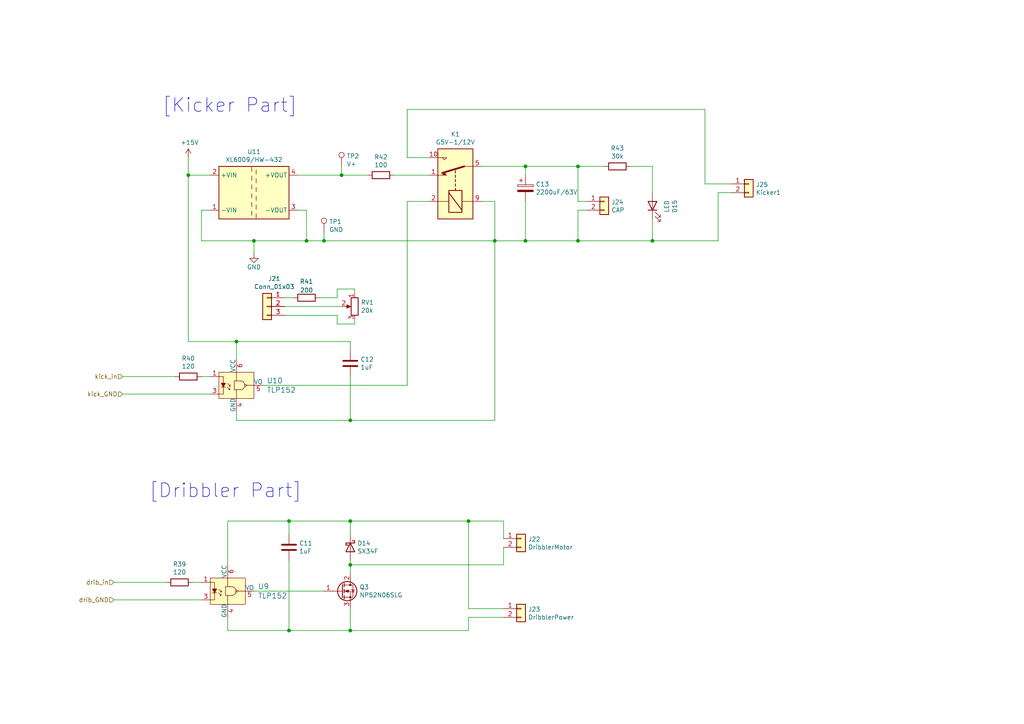
<source format=kicad_sch>
(kicad_sch (version 20211123) (generator eeschema)
  (paper "A4")
  (lib_symbols
    (symbol "Akizuki:TLP157" (pin_names (offset 0))
      (property "Reference" "U" (at -7.62 7.62 0))
      (property "Value" "TLP157" (at 2.54 -5.715 0))
      (symbol "TLP157_0_1"
        (rectangle (start -5.08 3.81) (end 5.08 -3.81) (fill (type background)))
        (polyline (pts (xy -4.445 -0.508) (xy -3.175 -0.508)))
        (polyline (pts (xy -1.905 -1.27) (xy -1.905 -0.889)))
        (polyline (pts (xy -1.778 -0.254) (xy -2.159 -0.254)))
        (polyline (pts (xy -0.635 1.27) (xy 1.27 1.27)))
        (polyline (pts (xy 0 -3.81) (xy 0 -1.27)))
        (polyline (pts (xy 0 3.81) (xy 0 1.27)))
        (polyline (pts (xy 2.921 0) (xy 5.08 0)))
        (polyline (pts (xy -5.08 -2.54) (xy -3.81 -2.54) (xy -3.81 -0.254)))
        (polyline (pts (xy -5.08 2.54) (xy -3.81 2.54) (xy -3.81 0.508)))
        (polyline (pts (xy -2.667 -0.508) (xy -1.905 -1.27) (xy -2.286 -1.27)))
        (polyline (pts (xy -2.54 0.508) (xy -1.778 -0.254) (xy -1.778 0.127)))
        (polyline (pts (xy -0.635 1.27) (xy -0.635 -1.27) (xy 1.27 -1.27)))
        (polyline (pts (xy -4.318 0.635) (xy -3.175 0.635) (xy -3.81 -0.508) (xy -4.445 0.635)) (fill (type outline)))
        (arc (start 1.27 -1.27) (mid 2.4193 0) (end 1.27 1.27))
        (circle (center 2.667 0) (radius 0.2794))
      )
      (symbol "TLP157_1_1"
        (pin passive line (at -7.62 2.54 0) (length 2.54) (name "~") (number "1"))
        (pin passive line (at -7.62 -2.54 0) (length 2.54) (name "~") (number "3"))
        (pin power_in line (at 0 -7.62 90) (length 3.81) (name "GND") (number "4"))
        (pin output line (at 7.62 0 180) (length 2.54) (name "VO") (number "5"))
        (pin power_in line (at 0 7.62 270) (length 3.81) (name "VCC") (number "6"))
      )
    )
    (symbol "Connector:TestPoint" (pin_numbers hide) (pin_names (offset 0.762) hide)
      (property "Reference" "TP" (at 0 6.858 0))
      (property "Value" "TestPoint" (at 0 5.08 0))
      (symbol "TestPoint_0_1"
        (circle (center 0 3.302) (radius 0.762))
      )
      (symbol "TestPoint_1_1"
        (pin passive line (at 0 0 90) (length 2.54) (name "1") (number "1"))
      )
    )
    (symbol "Connector_Generic:Conn_01x02" (pin_names (offset 1.016) hide)
      (property "Reference" "J" (at 0 2.54 0))
      (property "Value" "Conn_01x02" (at 0 -5.08 0))
      (symbol "Conn_01x02_1_1"
        (rectangle (start -1.27 -2.413) (end 0 -2.667) (stroke (width 0.1524)))
        (rectangle (start -1.27 0.127) (end 0 -0.127) (stroke (width 0.1524)))
        (rectangle (start -1.27 1.27) (end 1.27 -3.81) (stroke (width 0.254)) (fill (type background)))
        (pin passive line (at -5.08 0 0) (length 3.81) (name "Pin_1") (number "1"))
        (pin passive line (at -5.08 -2.54 0) (length 3.81) (name "Pin_2") (number "2"))
      )
    )
    (symbol "Connector_Generic:Conn_01x03" (pin_names (offset 1.016) hide)
      (property "Reference" "J" (at 0 5.08 0))
      (property "Value" "Conn_01x03" (at 0 -5.08 0))
      (symbol "Conn_01x03_1_1"
        (rectangle (start -1.27 -2.413) (end 0 -2.667) (stroke (width 0.1524)))
        (rectangle (start -1.27 0.127) (end 0 -0.127) (stroke (width 0.1524)))
        (rectangle (start -1.27 2.667) (end 0 2.413) (stroke (width 0.1524)))
        (rectangle (start -1.27 3.81) (end 1.27 -3.81) (stroke (width 0.254)) (fill (type background)))
        (pin passive line (at -5.08 2.54 0) (length 3.81) (name "Pin_1") (number "1"))
        (pin passive line (at -5.08 0 0) (length 3.81) (name "Pin_2") (number "2"))
        (pin passive line (at -5.08 -2.54 0) (length 3.81) (name "Pin_3") (number "3"))
      )
    )
    (symbol "Device:C" (pin_numbers hide) (pin_names (offset 0.254))
      (property "Reference" "C" (at 0.635 2.54 0))
      (property "Value" "C" (at 0.635 -2.54 0))
      (symbol "C_0_1"
        (polyline (pts (xy -2.032 -0.762) (xy 2.032 -0.762)) (stroke (width 0.508)))
        (polyline (pts (xy -2.032 0.762) (xy 2.032 0.762)) (stroke (width 0.508)))
      )
      (symbol "C_1_1"
        (pin passive line (at 0 3.81 270) (length 2.794) (name "~") (number "1"))
        (pin passive line (at 0 -3.81 90) (length 2.794) (name "~") (number "2"))
      )
    )
    (symbol "Device:C_Polarized" (pin_numbers hide) (pin_names (offset 0.254))
      (property "Reference" "C" (at 0.635 2.54 0))
      (property "Value" "C_Polarized" (at 0.635 -2.54 0))
      (symbol "C_Polarized_0_1"
        (rectangle (start -2.286 0.508) (end 2.286 1.016))
        (polyline (pts (xy -1.778 2.286) (xy -0.762 2.286)))
        (polyline (pts (xy -1.27 2.794) (xy -1.27 1.778)))
        (rectangle (start 2.286 -0.508) (end -2.286 -1.016) (fill (type outline)))
      )
      (symbol "C_Polarized_1_1"
        (pin passive line (at 0 3.81 270) (length 2.794) (name "~") (number "1"))
        (pin passive line (at 0 -3.81 90) (length 2.794) (name "~") (number "2"))
      )
    )
    (symbol "Device:D_Schottky" (pin_numbers hide) (pin_names (offset 1.016) hide)
      (property "Reference" "D" (at 0 2.54 0))
      (property "Value" "D_Schottky" (at 0 -2.54 0))
      (symbol "D_Schottky_0_1"
        (polyline (pts (xy 1.27 0) (xy -1.27 0)))
        (polyline (pts (xy 1.27 1.27) (xy 1.27 -1.27) (xy -1.27 0) (xy 1.27 1.27)) (stroke (width 0.254)))
        (polyline (pts (xy -1.905 0.635) (xy -1.905 1.27) (xy -1.27 1.27) (xy -1.27 -1.27) (xy -0.635 -1.27) (xy -0.635 -0.635)) (stroke (width 0.254)))
      )
      (symbol "D_Schottky_1_1"
        (pin passive line (at -3.81 0 0) (length 2.54) (name "K") (number "1"))
        (pin passive line (at 3.81 0 180) (length 2.54) (name "A") (number "2"))
      )
    )
    (symbol "Device:LED" (pin_numbers hide) (pin_names (offset 1.016) hide)
      (property "Reference" "D" (at 0 2.54 0))
      (property "Value" "LED" (at 0 -2.54 0))
      (symbol "LED_0_1"
        (polyline (pts (xy -1.27 -1.27) (xy -1.27 1.27)) (stroke (width 0.254)))
        (polyline (pts (xy -1.27 0) (xy 1.27 0)))
        (polyline (pts (xy 1.27 -1.27) (xy 1.27 1.27) (xy -1.27 0) (xy 1.27 -1.27)) (stroke (width 0.254)))
        (polyline (pts (xy -3.048 -0.762) (xy -4.572 -2.286) (xy -3.81 -2.286) (xy -4.572 -2.286) (xy -4.572 -1.524)))
        (polyline (pts (xy -1.778 -0.762) (xy -3.302 -2.286) (xy -2.54 -2.286) (xy -3.302 -2.286) (xy -3.302 -1.524)))
      )
      (symbol "LED_1_1"
        (pin passive line (at -3.81 0 0) (length 2.54) (name "K") (number "1"))
        (pin passive line (at 3.81 0 180) (length 2.54) (name "A") (number "2"))
      )
    )
    (symbol "Device:Q_NMOS_GDS" (pin_names (offset 0) hide)
      (property "Reference" "Q" (at 5.08 1.27 0))
      (property "Value" "Q_NMOS_GDS" (at 5.08 -1.27 0))
      (symbol "Q_NMOS_GDS_0_1"
        (polyline (pts (xy 0.254 0) (xy -2.54 0)))
        (polyline (pts (xy 0.254 1.905) (xy 0.254 -1.905)) (stroke (width 0.254)))
        (polyline (pts (xy 0.762 -1.27) (xy 0.762 -2.286)) (stroke (width 0.254)))
        (polyline (pts (xy 0.762 0.508) (xy 0.762 -0.508)) (stroke (width 0.254)))
        (polyline (pts (xy 0.762 2.286) (xy 0.762 1.27)) (stroke (width 0.254)))
        (polyline (pts (xy 2.54 2.54) (xy 2.54 1.778)))
        (polyline (pts (xy 2.54 -2.54) (xy 2.54 0) (xy 0.762 0)))
        (polyline (pts (xy 0.762 -1.778) (xy 3.302 -1.778) (xy 3.302 1.778) (xy 0.762 1.778)))
        (polyline (pts (xy 1.016 0) (xy 2.032 0.381) (xy 2.032 -0.381) (xy 1.016 0)) (fill (type outline)))
        (polyline (pts (xy 2.794 0.508) (xy 2.921 0.381) (xy 3.683 0.381) (xy 3.81 0.254)))
        (polyline (pts (xy 3.302 0.381) (xy 2.921 -0.254) (xy 3.683 -0.254) (xy 3.302 0.381)))
        (circle (center 1.651 0) (radius 2.794) (stroke (width 0.254)))
        (circle (center 2.54 -1.778) (radius 0.254) (fill (type outline)))
        (circle (center 2.54 1.778) (radius 0.254) (fill (type outline)))
      )
      (symbol "Q_NMOS_GDS_1_1"
        (pin input line (at -5.08 0 0) (length 2.54) (name "G") (number "1"))
        (pin passive line (at 2.54 5.08 270) (length 2.54) (name "D") (number "2"))
        (pin passive line (at 2.54 -5.08 90) (length 2.54) (name "S") (number "3"))
      )
    )
    (symbol "Device:R" (pin_numbers hide) (pin_names (offset 0))
      (property "Reference" "R" (at 2.032 0 90))
      (property "Value" "R" (at 0 0 90))
      (symbol "R_0_1"
        (rectangle (start -1.016 -2.54) (end 1.016 2.54) (stroke (width 0.254)))
      )
      (symbol "R_1_1"
        (pin passive line (at 0 3.81 270) (length 1.27) (name "~") (number "1"))
        (pin passive line (at 0 -3.81 90) (length 1.27) (name "~") (number "2"))
      )
    )
    (symbol "Device:R_Potentiometer" (pin_names (offset 1.016) hide)
      (property "Reference" "RV" (at -4.445 0 90))
      (property "Value" "R_Potentiometer" (at -2.54 0 90))
      (symbol "R_Potentiometer_0_1"
        (polyline (pts (xy 2.54 0) (xy 1.524 0)))
        (polyline (pts (xy 1.143 0) (xy 2.286 0.508) (xy 2.286 -0.508) (xy 1.143 0)) (fill (type outline)))
        (rectangle (start 1.016 2.54) (end -1.016 -2.54) (stroke (width 0.254)))
      )
      (symbol "R_Potentiometer_1_1"
        (pin passive line (at 0 3.81 270) (length 1.27) (name "1") (number "1"))
        (pin passive line (at 3.81 0 180) (length 1.27) (name "2") (number "2"))
        (pin passive line (at 0 -3.81 90) (length 1.27) (name "3") (number "3"))
      )
    )
    (symbol "Regulator_Switching:CRE1S0305S3C"
      (property "Reference" "U" (at -8.89 8.89 0))
      (property "Value" "CRE1S0305S3C" (at 2.54 8.89 0))
      (symbol "CRE1S0305S3C_0_1"
        (rectangle (start -10.16 7.62) (end 10.16 -7.62) (stroke (width 0.254)) (fill (type background)))
        (polyline (pts (xy -0.635 -5.334) (xy -0.635 -6.604)))
        (polyline (pts (xy -0.635 -2.794) (xy -0.635 -4.064)))
        (polyline (pts (xy -0.635 -0.254) (xy -0.635 -1.524)))
        (polyline (pts (xy -0.635 2.286) (xy -0.635 1.016)))
        (polyline (pts (xy -0.635 4.826) (xy -0.635 3.556)))
        (polyline (pts (xy -0.635 7.366) (xy -0.635 6.096)))
        (polyline (pts (xy 0.635 -7.366) (xy 0.635 -6.096)))
        (polyline (pts (xy 0.635 -4.826) (xy 0.635 -3.556)))
        (polyline (pts (xy 0.635 -2.286) (xy 0.635 -1.016)))
        (polyline (pts (xy 0.635 0.254) (xy 0.635 1.524)))
        (polyline (pts (xy 0.635 2.794) (xy 0.635 4.064)))
        (polyline (pts (xy 0.635 5.334) (xy 0.635 6.604)))
      )
      (symbol "CRE1S0305S3C_1_1"
        (pin power_in line (at -12.7 -5.08 0) (length 2.54) (name "-VIN") (number "1"))
        (pin power_in line (at -12.7 5.08 0) (length 2.54) (name "+VIN") (number "2"))
        (pin power_out line (at 12.7 -5.08 180) (length 2.54) (name "-VOUT") (number "3"))
        (pin power_out line (at 12.7 5.08 180) (length 2.54) (name "+VOUT") (number "4"))
      )
    )
    (symbol "Relay:G5V-1"
      (property "Reference" "K" (at 11.43 3.81 0))
      (property "Value" "G5V-1" (at 11.43 1.27 0))
      (symbol "G5V-1_0_0"
        (polyline (pts (xy 7.62 5.08) (xy 7.62 2.54) (xy 6.985 3.175) (xy 7.62 3.81)))
      )
      (symbol "G5V-1_0_1"
        (rectangle (start -10.16 5.08) (end 10.16 -5.08) (stroke (width 0.254)) (fill (type background)))
        (rectangle (start -8.255 1.905) (end -1.905 -1.905) (stroke (width 0.254)))
        (polyline (pts (xy -7.62 -1.905) (xy -2.54 1.905)) (stroke (width 0.254)))
        (polyline (pts (xy -5.08 -5.08) (xy -5.08 -1.905)))
        (polyline (pts (xy -5.08 5.08) (xy -5.08 1.905)))
        (polyline (pts (xy -1.905 0) (xy -1.27 0)) (stroke (width 0.254)))
        (polyline (pts (xy -0.635 0) (xy 0 0)) (stroke (width 0.254)))
        (polyline (pts (xy 0.635 0) (xy 1.27 0)) (stroke (width 0.254)))
        (polyline (pts (xy 1.905 0) (xy 2.54 0)) (stroke (width 0.254)))
        (polyline (pts (xy 3.175 0) (xy 3.81 0)) (stroke (width 0.254)))
        (polyline (pts (xy 5.08 -2.54) (xy 3.175 3.81)) (stroke (width 0.508)))
        (polyline (pts (xy 5.08 -2.54) (xy 5.08 -5.08)))
        (polyline (pts (xy 2.54 5.08) (xy 2.54 2.54) (xy 3.175 3.175) (xy 2.54 3.81)) (fill (type outline)))
      )
      (symbol "G5V-1_1_1"
        (pin passive line (at 2.54 7.62 270) (length 2.54) (name "~") (number "1"))
        (pin passive line (at 7.62 7.62 270) (length 2.54) (name "~") (number "10"))
        (pin passive line (at -5.08 7.62 270) (length 2.54) (name "~") (number "2"))
        (pin passive line (at 5.08 -7.62 90) (length 2.54) (name "~") (number "5"))
        (pin passive line (at 5.08 -7.62 90) (length 2.54) hide (name "~") (number "6"))
        (pin passive line (at -5.08 -7.62 90) (length 2.54) (name "~") (number "9"))
      )
    )
    (symbol "power:+15V" (power) (pin_names (offset 0))
      (property "Value" "+15V" (at 0 3.556 0))
      (symbol "+15V_0_1"
        (polyline (pts (xy -0.762 1.27) (xy 0 2.54)))
        (polyline (pts (xy 0 0) (xy 0 2.54)))
        (polyline (pts (xy 0 2.54) (xy 0.762 1.27)))
      )
      (symbol "+15V_1_1"
        (pin power_in line (at 0 0 90) (length 0) hide (name "+15V") (number "1"))
      )
    )
    (symbol "power:GND" (power) (pin_names (offset 0))
      (property "Value" "GND" (at 0 -3.81 0))
      (symbol "GND_0_1"
        (polyline (pts (xy 0 0) (xy 0 -1.27) (xy 1.27 -1.27) (xy 0 -2.54) (xy -1.27 -1.27) (xy 0 -1.27)))
      )
      (symbol "GND_1_1"
        (pin power_in line (at 0 0 270) (length 0) hide (name "GND") (number "1"))
      )
    )
  )
  (junction (at 83.82 151.13))
  (junction (at 101.6 182.88))
  (junction (at 101.6 163.83))
  (junction (at 93.98 69.85))
  (junction (at 152.4 48.26))
  (junction (at 99.06 50.8))
  (junction (at 73.66 69.85))
  (junction (at 54.61 50.8))
  (junction (at 68.58 99.06))
  (junction (at 101.6 151.13))
  (junction (at 135.89 151.13))
  (junction (at 167.64 69.85))
  (junction (at 189.23 69.85))
  (junction (at 167.64 48.26))
  (junction (at 152.4 69.85))
  (junction (at 83.82 182.88))
  (junction (at 88.9 69.85))
  (junction (at 143.51 69.85))
  (junction (at 101.6 121.92))
  (wire (pts (xy 68.58 99.06) (xy 68.58 104.14)))
  (wire (pts (xy 167.64 58.42) (xy 170.18 58.42)))
  (wire (pts (xy 60.96 60.96) (xy 58.42 60.96)))
  (wire (pts (xy 152.4 48.26) (xy 167.64 48.26)))
  (wire (pts (xy 83.82 162.56) (xy 83.82 182.88)))
  (wire (pts (xy 99.06 50.8) (xy 106.68 50.8)))
  (wire (pts (xy 101.6 151.13) (xy 135.89 151.13)))
  (wire (pts (xy 167.64 69.85) (xy 189.23 69.85)))
  (wire (pts (xy 88.9 60.96) (xy 86.36 60.96)))
  (wire (pts (xy 135.89 182.88) (xy 101.6 182.88)))
  (wire (pts (xy 97.79 93.98) (xy 102.87 93.98)))
  (wire (pts (xy 58.42 60.96) (xy 58.42 69.85)))
  (wire (pts (xy 33.02 168.91) (xy 48.26 168.91)))
  (wire (pts (xy 54.61 99.06) (xy 68.58 99.06)))
  (wire (pts (xy 146.05 158.75) (xy 146.05 163.83)))
  (wire (pts (xy 54.61 50.8) (xy 60.96 50.8)))
  (wire (pts (xy 101.6 182.88) (xy 101.6 176.53)))
  (wire (pts (xy 101.6 154.94) (xy 101.6 151.13)))
  (wire (pts (xy 33.02 173.99) (xy 58.42 173.99)))
  (wire (pts (xy 152.4 48.26) (xy 152.4 50.8)))
  (wire (pts (xy 118.11 58.42) (xy 124.46 58.42)))
  (wire (pts (xy 143.51 58.42) (xy 139.7 58.42)))
  (wire (pts (xy 143.51 69.85) (xy 143.51 58.42)))
  (wire (pts (xy 204.47 53.34) (xy 212.09 53.34)))
  (wire (pts (xy 101.6 166.37) (xy 101.6 163.83)))
  (wire (pts (xy 68.58 99.06) (xy 101.6 99.06)))
  (wire (pts (xy 101.6 99.06) (xy 101.6 101.6)))
  (wire (pts (xy 88.9 69.85) (xy 93.98 69.85)))
  (wire (pts (xy 73.66 69.85) (xy 88.9 69.85)))
  (wire (pts (xy 58.42 109.22) (xy 60.96 109.22)))
  (wire (pts (xy 146.05 151.13) (xy 146.05 156.21)))
  (wire (pts (xy 66.04 182.88) (xy 83.82 182.88)))
  (wire (pts (xy 170.18 60.96) (xy 167.64 60.96)))
  (wire (pts (xy 73.66 69.85) (xy 73.66 73.66)))
  (wire (pts (xy 143.51 69.85) (xy 152.4 69.85)))
  (wire (pts (xy 86.36 50.8) (xy 99.06 50.8)))
  (wire (pts (xy 114.3 50.8) (xy 124.46 50.8)))
  (wire (pts (xy 167.64 48.26) (xy 167.64 58.42)))
  (wire (pts (xy 66.04 163.83) (xy 66.04 151.13)))
  (wire (pts (xy 54.61 50.8) (xy 54.61 99.06)))
  (wire (pts (xy 118.11 31.75) (xy 204.47 31.75)))
  (wire (pts (xy 102.87 93.98) (xy 102.87 92.71)))
  (wire (pts (xy 208.28 55.88) (xy 208.28 69.85)))
  (wire (pts (xy 167.64 60.96) (xy 167.64 69.85)))
  (wire (pts (xy 152.4 69.85) (xy 167.64 69.85)))
  (wire (pts (xy 101.6 163.83) (xy 146.05 163.83)))
  (wire (pts (xy 101.6 109.22) (xy 101.6 121.92)))
  (wire (pts (xy 118.11 58.42) (xy 118.11 111.76)))
  (wire (pts (xy 124.46 45.72) (xy 118.11 45.72)))
  (wire (pts (xy 146.05 176.53) (xy 135.89 176.53)))
  (wire (pts (xy 97.79 91.44) (xy 97.79 93.98)))
  (wire (pts (xy 76.2 111.76) (xy 118.11 111.76)))
  (wire (pts (xy 182.88 48.26) (xy 189.23 48.26)))
  (wire (pts (xy 101.6 121.92) (xy 143.51 121.92)))
  (wire (pts (xy 92.71 86.36) (xy 97.79 86.36)))
  (wire (pts (xy 189.23 48.26) (xy 189.23 55.88)))
  (wire (pts (xy 83.82 151.13) (xy 83.82 154.94)))
  (wire (pts (xy 101.6 163.83) (xy 101.6 162.56)))
  (wire (pts (xy 35.56 109.22) (xy 50.8 109.22)))
  (wire (pts (xy 97.79 86.36) (xy 97.79 83.82)))
  (wire (pts (xy 152.4 58.42) (xy 152.4 69.85)))
  (wire (pts (xy 135.89 176.53) (xy 135.89 151.13)))
  (wire (pts (xy 118.11 45.72) (xy 118.11 31.75)))
  (wire (pts (xy 93.98 67.31) (xy 93.98 69.85)))
  (wire (pts (xy 66.04 151.13) (xy 83.82 151.13)))
  (wire (pts (xy 68.58 121.92) (xy 101.6 121.92)))
  (wire (pts (xy 54.61 45.72) (xy 54.61 50.8)))
  (wire (pts (xy 58.42 69.85) (xy 73.66 69.85)))
  (wire (pts (xy 55.88 168.91) (xy 58.42 168.91)))
  (wire (pts (xy 143.51 69.85) (xy 143.51 121.92)))
  (wire (pts (xy 68.58 119.38) (xy 68.58 121.92)))
  (wire (pts (xy 102.87 83.82) (xy 102.87 85.09)))
  (wire (pts (xy 66.04 179.07) (xy 66.04 182.88)))
  (wire (pts (xy 83.82 151.13) (xy 101.6 151.13)))
  (wire (pts (xy 189.23 69.85) (xy 208.28 69.85)))
  (wire (pts (xy 82.55 86.36) (xy 85.09 86.36)))
  (wire (pts (xy 139.7 48.26) (xy 152.4 48.26)))
  (wire (pts (xy 88.9 69.85) (xy 88.9 60.96)))
  (wire (pts (xy 83.82 182.88) (xy 101.6 182.88)))
  (wire (pts (xy 212.09 55.88) (xy 208.28 55.88)))
  (wire (pts (xy 135.89 179.07) (xy 135.89 182.88)))
  (wire (pts (xy 82.55 91.44) (xy 97.79 91.44)))
  (wire (pts (xy 167.64 48.26) (xy 175.26 48.26)))
  (wire (pts (xy 93.98 69.85) (xy 143.51 69.85)))
  (wire (pts (xy 82.55 88.9) (xy 99.06 88.9)))
  (wire (pts (xy 189.23 63.5) (xy 189.23 69.85)))
  (wire (pts (xy 135.89 151.13) (xy 146.05 151.13)))
  (wire (pts (xy 73.66 171.45) (xy 93.98 171.45)))
  (wire (pts (xy 35.56 114.3) (xy 60.96 114.3)))
  (wire (pts (xy 146.05 179.07) (xy 135.89 179.07)))
  (wire (pts (xy 204.47 31.75) (xy 204.47 53.34)))
  (wire (pts (xy 97.79 83.82) (xy 102.87 83.82)))
  (wire (pts (xy 99.06 48.26) (xy 99.06 50.8)))
  (text "[Dribbler Part]" (at 43.18 144.78 0) (effects (font (size 3.9878 3.9878)) (justify left bottom)))
  (text "[Kicker Part]" (at 46.99 33.02 0) (effects (font (size 3.9878 3.9878)) (justify left bottom)))
  (hierarchical_label "drib_GND" (shape input) (at 33.02 173.99 180))
  (hierarchical_label "kick_GND" (shape input) (at 35.56 114.3 180))
  (hierarchical_label "kick_in" (shape input) (at 35.56 109.22 180))
  (hierarchical_label "drib_in" (shape input) (at 33.02 168.91 180))
  (symbol (lib_id "Connector:TestPoint") (at 93.98 67.31 0) (unit 1)
    (property "Reference" "TP1" (at 95.4532 64.3128 0) (effects (justify left)))
    (property "Value" "GND" (at 95.4532 66.6242 0) (effects (justify left)))
    (property "Footprint" "TestPoint:TestPoint_Loop_D2.60mm_Drill0.9mm_Beaded" (effects hide))
  )
  (symbol (lib_id "Device:C") (at 101.6 105.41 0) (unit 1)
    (property "Reference" "C12" (at 104.521 104.2416 0) (effects (justify left)))
    (property "Value" "1uF" (at 104.521 106.553 0) (effects (justify left)))
    (property "Footprint" "Capacitor_SMD:C_0603_1608Metric_Pad1.08x0.95mm_HandSolder" (effects hide))
  )
  (symbol (lib_id "power:+15V") (at 54.61 45.72 0) (unit 1)
    (property "Reference" "#PWR038" (effects hide))
    (property "Value" "+15V" (at 54.991 41.3258 0))
  )
  (symbol (lib_id "Connector:TestPoint") (at 99.06 48.26 0) (unit 1)
    (property "Reference" "TP2" (at 100.5332 45.2628 0) (effects (justify left)))
    (property "Value" "V+" (at 100.5332 47.5742 0) (effects (justify left)))
    (property "Footprint" "TestPoint:TestPoint_Loop_D2.60mm_Drill0.9mm_Beaded" (effects hide))
  )
  (symbol (lib_id "Device:C") (at 83.82 158.75 0) (unit 1)
    (property "Reference" "C11" (at 86.741 157.5816 0) (effects (justify left)))
    (property "Value" "1uF" (at 86.741 159.893 0) (effects (justify left)))
    (property "Footprint" "Capacitor_SMD:C_0603_1608Metric_Pad1.08x0.95mm_HandSolder" (effects hide))
  )
  (symbol (lib_id "Connector_Generic:Conn_01x02") (at 151.13 156.21 0) (unit 1)
    (property "Reference" "J22" (at 153.162 156.4132 0) (effects (justify left)))
    (property "Value" "DribblerMotor" (at 153.162 158.7246 0) (effects (justify left)))
    (property "Footprint" "Connector_JST:JST_XH_B2B-XH-A_1x02_P2.50mm_Vertical" (effects hide))
  )
  (symbol (lib_id "Connector_Generic:Conn_01x03") (at 77.47 88.9 0) (mirror y) (unit 1)
    (property "Reference" "J21" (at 79.5528 80.8482 0))
    (property "Value" "Conn_01x03" (at 79.5528 83.1596 0))
    (property "Footprint" "Connector_PinHeader_2.54mm:PinHeader_1x03_P2.54mm_Vertical" (effects hide))
  )
  (symbol (lib_id "Device:R") (at 179.07 48.26 90) (unit 1)
    (property "Reference" "R43" (at 179.07 43.0022 90))
    (property "Value" "30k" (at 179.07 45.3136 90))
    (property "Footprint" "Resistor_THT:R_Axial_DIN0204_L3.6mm_D1.6mm_P5.08mm_Horizontal" (effects hide))
  )
  (symbol (lib_id "Relay:G5V-1") (at 132.08 53.34 90) (unit 1)
    (property "Reference" "K1" (at 132.08 38.9382 90))
    (property "Value" "G5V-1/12V" (at 132.08 41.2496 90))
    (property "Footprint" "Relay_THT:Relay_SPDT_Omron_G5V-1" (effects hide))
    (property "Datasheet" "http://omronfs.omron.com/en_US/ecb/products/pdf/en-g5v_1.pdf" (effects hide))
  )
  (symbol (lib_id "Akizuki:TLP157") (at 66.04 171.45 0) (unit 1)
    (property "Reference" "U9" (at 74.7776 170.1038 0) (effects (font (size 1.524 1.524)) (justify left)))
    (property "Value" "TLP152" (at 74.7776 172.7962 0) (effects (font (size 1.524 1.524)) (justify left)))
    (property "Footprint" "0.main.robot:TLP152" (effects hide))
  )
  (symbol (lib_id "power:GND") (at 73.66 73.66 0) (unit 1)
    (property "Reference" "#PWR039" (effects hide))
    (property "Value" "GND" (at 73.66 77.47 0))
  )
  (symbol (lib_id "Device:R") (at 110.49 50.8 270) (unit 1)
    (property "Reference" "R42" (at 110.49 45.5422 90))
    (property "Value" "100" (at 110.49 47.8536 90))
    (property "Footprint" "Resistor_THT:R_Axial_DIN0411_L9.9mm_D3.6mm_P20.32mm_Horizontal" (effects hide))
  )
  (symbol (lib_id "Connector_Generic:Conn_01x02") (at 175.26 58.42 0) (unit 1)
    (property "Reference" "J24" (at 177.292 58.6232 0) (effects (justify left)))
    (property "Value" "CAP" (at 177.292 60.9346 0) (effects (justify left)))
    (property "Footprint" "Connector_JST:JST_XH_B2B-XH-A_1x02_P2.50mm_Vertical" (effects hide))
  )
  (symbol (lib_id "Device:R") (at 54.61 109.22 270) (unit 1)
    (property "Reference" "R40" (at 54.61 103.9622 90))
    (property "Value" "120" (at 54.61 106.2736 90))
    (property "Footprint" "Resistor_SMD:R_0603_1608Metric_Pad0.98x0.95mm_HandSolder" (effects hide))
  )
  (symbol (lib_id "Device:LED") (at 189.23 59.69 90) (unit 1)
    (property "Reference" "D15" (at 195.707 59.8678 0))
    (property "Value" "LED" (at 193.3956 59.8678 0))
    (property "Footprint" "LED_SMD:LED_0603_1608Metric_Pad1.05x0.95mm_HandSolder" (effects hide))
  )
  (symbol (lib_id "Akizuki:TLP157") (at 68.58 111.76 0) (unit 1)
    (property "Reference" "U10" (at 77.3176 110.4138 0) (effects (font (size 1.524 1.524)) (justify left)))
    (property "Value" "TLP152" (at 77.3176 113.1062 0) (effects (font (size 1.524 1.524)) (justify left)))
    (property "Footprint" "0.main.robot:TLP152" (effects hide))
  )
  (symbol (lib_id "Device:C_Polarized") (at 152.4 54.61 0) (unit 1)
    (property "Reference" "C13" (at 155.3972 53.4416 0) (effects (justify left)))
    (property "Value" "2200uF/63V" (at 155.3972 55.753 0) (effects (justify left)))
    (property "Footprint" "Capacitor_THT:CP_Radial_D16.0mm_P7.50mm" (effects hide))
  )
  (symbol (lib_id "Device:Q_NMOS_GDS") (at 99.06 171.45 0) (unit 1)
    (property "Reference" "Q3" (at 104.267 170.2816 0) (effects (justify left)))
    (property "Value" "NP52N06SLG" (at 104.267 172.593 0) (effects (justify left)))
    (property "Footprint" "Package_TO_SOT_SMD:TO-252-2" (effects hide))
  )
  (symbol (lib_id "Device:R_Potentiometer") (at 102.87 88.9 0) (mirror y) (unit 1)
    (property "Reference" "RV1" (at 104.648 87.7316 0) (effects (justify right)))
    (property "Value" "20k" (at 104.648 90.043 0) (effects (justify right)))
    (property "Footprint" "0.main.robot:Trim-GF063X" (effects hide))
  )
  (symbol (lib_id "Connector_Generic:Conn_01x02") (at 151.13 176.53 0) (unit 1)
    (property "Reference" "J23" (at 153.162 176.7332 0) (effects (justify left)))
    (property "Value" "DribblerPower" (at 153.162 179.0446 0) (effects (justify left)))
    (property "Footprint" "Connector_JST:JST_XH_B2B-XH-A_1x02_P2.50mm_Vertical" (effects hide))
  )
  (symbol (lib_id "Device:D_Schottky") (at 101.6 158.75 270) (unit 1)
    (property "Reference" "D14" (at 103.6066 157.5816 90) (effects (justify left)))
    (property "Value" "SX34F" (at 103.6066 159.893 90) (effects (justify left)))
    (property "Footprint" "Diode_SMD:D_SMA" (effects hide))
  )
  (symbol (lib_id "Regulator_Switching:CRE1S0305S3C") (at 73.66 55.88 0) (unit 1)
    (property "Reference" "U11" (at 73.66 44.0182 0))
    (property "Value" "XL6009/HW-432" (at 73.66 46.3296 0))
    (property "Footprint" "0.main.robot:XL6009_HW432" (effects hide))
    (property "Datasheet" "http://power.murata.com/datasheet?/data/power/ncl/kdc_cre1.pdf" (effects hide))
  )
  (symbol (lib_id "Connector_Generic:Conn_01x02") (at 217.17 53.34 0) (unit 1)
    (property "Reference" "J25" (at 219.202 53.5432 0) (effects (justify left)))
    (property "Value" "Kicker1" (at 219.202 55.8546 0) (effects (justify left)))
    (property "Footprint" "Connector_JST:JST_XH_B2B-XH-A_1x02_P2.50mm_Vertical" (effects hide))
  )
  (symbol (lib_id "Device:R") (at 52.07 168.91 270) (unit 1)
    (property "Reference" "R39" (at 52.07 163.6522 90))
    (property "Value" "120" (at 52.07 165.9636 90))
    (property "Footprint" "Resistor_SMD:R_0603_1608Metric_Pad0.98x0.95mm_HandSolder" (effects hide))
  )
  (symbol (lib_id "Device:R") (at 88.9 86.36 90) (unit 1)
    (property "Reference" "R41" (at 88.9 81.6442 90))
    (property "Value" "200" (at 88.9 84.1811 90))
    (property "Footprint" "Resistor_THT:R_Axial_DIN0204_L3.6mm_D1.6mm_P5.08mm_Horizontal" (effects hide))
  )
)
</source>
